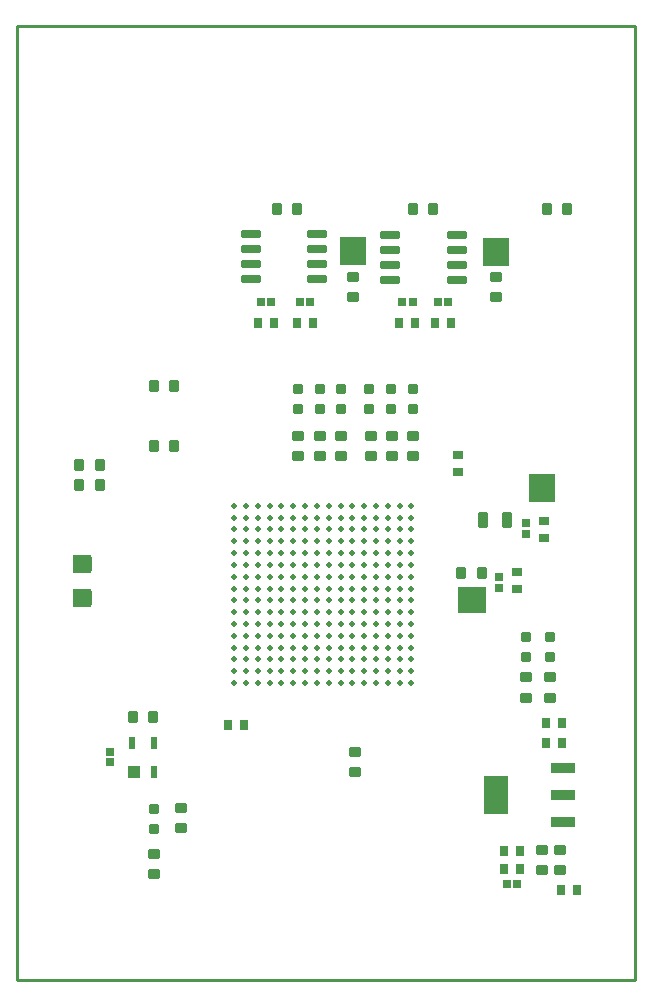
<source format=gtp>
G04 Layer_Color=8421504*
%FSLAX25Y25*%
%MOIN*%
G70*
G01*
G75*
%ADD10C,0.01968*%
G04:AMPARAMS|DCode=11|XSize=31.5mil|YSize=31.5mil|CornerRadius=3.94mil|HoleSize=0mil|Usage=FLASHONLY|Rotation=90.000|XOffset=0mil|YOffset=0mil|HoleType=Round|Shape=RoundedRectangle|*
%AMROUNDEDRECTD11*
21,1,0.03150,0.02362,0,0,90.0*
21,1,0.02362,0.03150,0,0,90.0*
1,1,0.00787,0.01181,0.01181*
1,1,0.00787,0.01181,-0.01181*
1,1,0.00787,-0.01181,-0.01181*
1,1,0.00787,-0.01181,0.01181*
%
%ADD11ROUNDEDRECTD11*%
G04:AMPARAMS|DCode=12|XSize=25.59mil|YSize=64.96mil|CornerRadius=1.92mil|HoleSize=0mil|Usage=FLASHONLY|Rotation=90.000|XOffset=0mil|YOffset=0mil|HoleType=Round|Shape=RoundedRectangle|*
%AMROUNDEDRECTD12*
21,1,0.02559,0.06112,0,0,90.0*
21,1,0.02175,0.06496,0,0,90.0*
1,1,0.00384,0.03056,0.01088*
1,1,0.00384,0.03056,-0.01088*
1,1,0.00384,-0.03056,-0.01088*
1,1,0.00384,-0.03056,0.01088*
%
%ADD12ROUNDEDRECTD12*%
G04:AMPARAMS|DCode=13|XSize=51.18mil|YSize=31.5mil|CornerRadius=3.94mil|HoleSize=0mil|Usage=FLASHONLY|Rotation=90.000|XOffset=0mil|YOffset=0mil|HoleType=Round|Shape=RoundedRectangle|*
%AMROUNDEDRECTD13*
21,1,0.05118,0.02362,0,0,90.0*
21,1,0.04331,0.03150,0,0,90.0*
1,1,0.00787,0.01181,0.02165*
1,1,0.00787,0.01181,-0.02165*
1,1,0.00787,-0.01181,-0.02165*
1,1,0.00787,-0.01181,0.02165*
%
%ADD13ROUNDEDRECTD13*%
G04:AMPARAMS|DCode=14|XSize=39.37mil|YSize=35.43mil|CornerRadius=4.43mil|HoleSize=0mil|Usage=FLASHONLY|Rotation=180.000|XOffset=0mil|YOffset=0mil|HoleType=Round|Shape=RoundedRectangle|*
%AMROUNDEDRECTD14*
21,1,0.03937,0.02657,0,0,180.0*
21,1,0.03051,0.03543,0,0,180.0*
1,1,0.00886,-0.01526,0.01329*
1,1,0.00886,0.01526,0.01329*
1,1,0.00886,0.01526,-0.01329*
1,1,0.00886,-0.01526,-0.01329*
%
%ADD14ROUNDEDRECTD14*%
G04:AMPARAMS|DCode=15|XSize=39.37mil|YSize=35.43mil|CornerRadius=4.43mil|HoleSize=0mil|Usage=FLASHONLY|Rotation=90.000|XOffset=0mil|YOffset=0mil|HoleType=Round|Shape=RoundedRectangle|*
%AMROUNDEDRECTD15*
21,1,0.03937,0.02657,0,0,90.0*
21,1,0.03051,0.03543,0,0,90.0*
1,1,0.00886,0.01329,0.01526*
1,1,0.00886,0.01329,-0.01526*
1,1,0.00886,-0.01329,-0.01526*
1,1,0.00886,-0.01329,0.01526*
%
%ADD15ROUNDEDRECTD15*%
%ADD16R,0.02500X0.05000*%
%ADD17R,0.03740X0.02953*%
%ADD18R,0.02953X0.03740*%
%ADD19R,0.02520X0.02520*%
%ADD20R,0.02520X0.02520*%
%ADD21R,0.05000X0.02500*%
%ADD22R,0.02362X0.03937*%
%ADD23R,0.03937X0.03937*%
%ADD24R,0.08268X0.03543*%
%ADD25R,0.08268X0.12598*%
%ADD30C,0.01000*%
%ADD61R,0.06299X0.06299*%
%ADD62R,0.08661X0.09606*%
%ADD63R,0.09606X0.08661*%
D10*
X350394Y255906D02*
D03*
X354331D02*
D03*
X358268D02*
D03*
X362205D02*
D03*
X366142D02*
D03*
X370079D02*
D03*
X374016D02*
D03*
X377953D02*
D03*
X381890D02*
D03*
X385827D02*
D03*
X389764D02*
D03*
X393701D02*
D03*
X397638D02*
D03*
X401575D02*
D03*
X405512D02*
D03*
X409449D02*
D03*
X350394Y251969D02*
D03*
X354331D02*
D03*
X358268D02*
D03*
X362205D02*
D03*
X366142D02*
D03*
X370079D02*
D03*
X374016D02*
D03*
X377953D02*
D03*
X381890D02*
D03*
X385827D02*
D03*
X389764D02*
D03*
X393701D02*
D03*
X397638D02*
D03*
X401575D02*
D03*
X405512D02*
D03*
X409449D02*
D03*
X350394Y248031D02*
D03*
X354331D02*
D03*
X358268D02*
D03*
X362205D02*
D03*
X366142D02*
D03*
X370079D02*
D03*
X374016D02*
D03*
X377953D02*
D03*
X381890D02*
D03*
X385827D02*
D03*
X389764D02*
D03*
X393701D02*
D03*
X397638D02*
D03*
X401575D02*
D03*
X405512D02*
D03*
X409449D02*
D03*
X350394Y244094D02*
D03*
X354331D02*
D03*
X358268D02*
D03*
X362205D02*
D03*
X366142D02*
D03*
X370079D02*
D03*
X374016D02*
D03*
X377953D02*
D03*
X381890D02*
D03*
X385827D02*
D03*
X389764D02*
D03*
X393701D02*
D03*
X397638D02*
D03*
X401575D02*
D03*
X405512D02*
D03*
X409449D02*
D03*
X350394Y240158D02*
D03*
X354331D02*
D03*
X358268D02*
D03*
X362205D02*
D03*
X366142D02*
D03*
X370079D02*
D03*
X374016D02*
D03*
X377953D02*
D03*
X381890D02*
D03*
X385827D02*
D03*
X389764D02*
D03*
X393701D02*
D03*
X397638D02*
D03*
X401575D02*
D03*
X405512D02*
D03*
X409449D02*
D03*
X350394Y236221D02*
D03*
X354331D02*
D03*
X358268D02*
D03*
X362205D02*
D03*
X366142D02*
D03*
X370079D02*
D03*
X374016D02*
D03*
X377953D02*
D03*
X381890D02*
D03*
X385827D02*
D03*
X389764D02*
D03*
X393701D02*
D03*
X397638D02*
D03*
X401575D02*
D03*
X405512D02*
D03*
X409449D02*
D03*
X350394Y232283D02*
D03*
X354331D02*
D03*
X358268D02*
D03*
X362205D02*
D03*
X366142D02*
D03*
X370079D02*
D03*
X374016D02*
D03*
X377953D02*
D03*
X381890D02*
D03*
X385827D02*
D03*
X389764D02*
D03*
X393701D02*
D03*
X397638D02*
D03*
X401575D02*
D03*
X405512D02*
D03*
X409449D02*
D03*
X350394Y228346D02*
D03*
X354331D02*
D03*
X358268D02*
D03*
X362205D02*
D03*
X366142D02*
D03*
X370079D02*
D03*
X374016D02*
D03*
X377953D02*
D03*
X381890D02*
D03*
X385827D02*
D03*
X389764D02*
D03*
X393701D02*
D03*
X397638D02*
D03*
X401575D02*
D03*
X405512D02*
D03*
X409449D02*
D03*
X350394Y224410D02*
D03*
X354331D02*
D03*
X358268D02*
D03*
X362205D02*
D03*
X366142D02*
D03*
X370079D02*
D03*
X374016D02*
D03*
X377953D02*
D03*
X381890D02*
D03*
X385827D02*
D03*
X389764D02*
D03*
X393701D02*
D03*
X397638D02*
D03*
X401575D02*
D03*
X405512D02*
D03*
X409449D02*
D03*
X350394Y220472D02*
D03*
X354331D02*
D03*
X358268D02*
D03*
X362205D02*
D03*
X366142D02*
D03*
X370079D02*
D03*
X374016D02*
D03*
X377953D02*
D03*
X381890D02*
D03*
X385827D02*
D03*
X389764D02*
D03*
X393701D02*
D03*
X397638D02*
D03*
X401575D02*
D03*
X405512D02*
D03*
X409449D02*
D03*
X350394Y216535D02*
D03*
X354331D02*
D03*
X358268D02*
D03*
X362205D02*
D03*
X366142D02*
D03*
X370079D02*
D03*
X374016D02*
D03*
X377953D02*
D03*
X381890D02*
D03*
X385827D02*
D03*
X389764D02*
D03*
X393701D02*
D03*
X397638D02*
D03*
X401575D02*
D03*
X405512D02*
D03*
X409449D02*
D03*
X350394Y212598D02*
D03*
X354331D02*
D03*
X358268D02*
D03*
X362205D02*
D03*
X366142D02*
D03*
X370079D02*
D03*
X374016D02*
D03*
X377953D02*
D03*
X381890D02*
D03*
X385827D02*
D03*
X389764D02*
D03*
X393701D02*
D03*
X397638D02*
D03*
X401575D02*
D03*
X405512D02*
D03*
X409449D02*
D03*
X350394Y208661D02*
D03*
X354331D02*
D03*
X358268D02*
D03*
X362205D02*
D03*
X366142D02*
D03*
X370079D02*
D03*
X374016D02*
D03*
X377953D02*
D03*
X381890D02*
D03*
X385827D02*
D03*
X389764D02*
D03*
X393701D02*
D03*
X397638D02*
D03*
X401575D02*
D03*
X405512D02*
D03*
X409449D02*
D03*
X350394Y204724D02*
D03*
X354331D02*
D03*
X358268D02*
D03*
X362205D02*
D03*
X366142D02*
D03*
X370079D02*
D03*
X374016D02*
D03*
X377953D02*
D03*
X381890D02*
D03*
X385827D02*
D03*
X389764D02*
D03*
X393701D02*
D03*
X397638D02*
D03*
X401575D02*
D03*
X405512D02*
D03*
X409449D02*
D03*
X350394Y200787D02*
D03*
X354331D02*
D03*
X358268D02*
D03*
X362205D02*
D03*
X366142D02*
D03*
X370079D02*
D03*
X374016D02*
D03*
X377953D02*
D03*
X381890D02*
D03*
X385827D02*
D03*
X389764D02*
D03*
X393701D02*
D03*
X397638D02*
D03*
X401575D02*
D03*
X405512D02*
D03*
X409449D02*
D03*
X350394Y196850D02*
D03*
X354331D02*
D03*
X358268D02*
D03*
X362205D02*
D03*
X366142D02*
D03*
X370079D02*
D03*
X374016D02*
D03*
X377953D02*
D03*
X381890D02*
D03*
X385827D02*
D03*
X389764D02*
D03*
X393701D02*
D03*
X397638D02*
D03*
X401575D02*
D03*
X405512D02*
D03*
X409449D02*
D03*
D11*
X378860Y295002D02*
D03*
Y288309D02*
D03*
X386045Y295002D02*
D03*
Y288309D02*
D03*
X395482Y295002D02*
D03*
Y288309D02*
D03*
X402667Y295002D02*
D03*
Y288309D02*
D03*
X409852Y295002D02*
D03*
Y288309D02*
D03*
X455500Y205516D02*
D03*
Y212209D02*
D03*
X447500Y205516D02*
D03*
Y212209D02*
D03*
X371675Y288309D02*
D03*
Y295002D02*
D03*
X323500Y148153D02*
D03*
Y154847D02*
D03*
D12*
X378122Y331500D02*
D03*
Y336500D02*
D03*
Y341500D02*
D03*
Y346500D02*
D03*
X355878Y331500D02*
D03*
Y336500D02*
D03*
Y341500D02*
D03*
Y346500D02*
D03*
X424508Y331083D02*
D03*
Y336083D02*
D03*
Y341083D02*
D03*
Y346083D02*
D03*
X402264Y331083D02*
D03*
Y336083D02*
D03*
Y341083D02*
D03*
Y346083D02*
D03*
D13*
X441339Y251181D02*
D03*
X433465D02*
D03*
D14*
X455500Y192016D02*
D03*
Y198709D02*
D03*
X447500Y192016D02*
D03*
Y198709D02*
D03*
X371791Y272551D02*
D03*
Y279244D02*
D03*
X378886Y272551D02*
D03*
Y279244D02*
D03*
X385980Y272551D02*
D03*
Y279244D02*
D03*
X395870Y272551D02*
D03*
Y279244D02*
D03*
X402965Y272551D02*
D03*
Y279244D02*
D03*
X410059Y272551D02*
D03*
Y279244D02*
D03*
X390000Y332347D02*
D03*
Y325654D02*
D03*
X437500Y332347D02*
D03*
Y325654D02*
D03*
X323500Y133307D02*
D03*
Y140000D02*
D03*
X332500Y148653D02*
D03*
Y155347D02*
D03*
X390748Y167323D02*
D03*
Y174016D02*
D03*
X453000Y134653D02*
D03*
Y141347D02*
D03*
X459000Y141347D02*
D03*
Y134653D02*
D03*
D15*
X454654Y355000D02*
D03*
X461346D02*
D03*
X410000D02*
D03*
X416693D02*
D03*
X364653D02*
D03*
X371346D02*
D03*
X316653Y185500D02*
D03*
X323346D02*
D03*
X323500Y296000D02*
D03*
X330193D02*
D03*
X330346Y276000D02*
D03*
X323654D02*
D03*
X432846Y233500D02*
D03*
X426154D02*
D03*
X298819Y262795D02*
D03*
X305512D02*
D03*
X298819Y269685D02*
D03*
X305512D02*
D03*
D16*
X301669Y225197D02*
D03*
X298425D02*
D03*
X301575Y236614D02*
D03*
X298331D02*
D03*
X427878Y224500D02*
D03*
X431122D02*
D03*
D17*
X444500Y228244D02*
D03*
Y233756D02*
D03*
X425000Y267244D02*
D03*
Y272756D02*
D03*
X453500Y250756D02*
D03*
Y245244D02*
D03*
D18*
X348244Y183000D02*
D03*
X353756D02*
D03*
X358244Y317000D02*
D03*
X363756D02*
D03*
X376756D02*
D03*
X371244D02*
D03*
X410756D02*
D03*
X405244D02*
D03*
X422756D02*
D03*
X417244D02*
D03*
X459756Y183500D02*
D03*
X454244D02*
D03*
X459756Y177000D02*
D03*
X454244D02*
D03*
X440244Y141000D02*
D03*
X445756D02*
D03*
X440244Y135000D02*
D03*
X445756D02*
D03*
X464756Y128000D02*
D03*
X459244D02*
D03*
D19*
X438500Y228689D02*
D03*
Y232311D02*
D03*
X309000Y174000D02*
D03*
Y170378D02*
D03*
X447500Y250311D02*
D03*
Y246689D02*
D03*
D20*
X359189Y324000D02*
D03*
X362811D02*
D03*
X375811D02*
D03*
X372189D02*
D03*
X410000D02*
D03*
X406378D02*
D03*
X421811D02*
D03*
X418189D02*
D03*
X441189Y130000D02*
D03*
X444811D02*
D03*
D21*
X390000Y342622D02*
D03*
Y339378D02*
D03*
X437500Y342000D02*
D03*
Y338757D02*
D03*
X453150Y263479D02*
D03*
Y260236D02*
D03*
D22*
X316260Y176724D02*
D03*
X323740D02*
D03*
Y167276D02*
D03*
D23*
X317047D02*
D03*
D24*
X460039Y150394D02*
D03*
Y159449D02*
D03*
Y168504D02*
D03*
D25*
X437598Y159449D02*
D03*
D30*
X278000Y98000D02*
X484000D01*
Y416000D01*
X278000D02*
X484000D01*
X278000Y98000D02*
Y416000D01*
D61*
X299653Y225197D02*
D03*
X299559Y236614D02*
D03*
D62*
X390000Y341000D02*
D03*
X437500Y340379D02*
D03*
X453150Y261858D02*
D03*
D63*
X429500Y224500D02*
D03*
M02*

</source>
